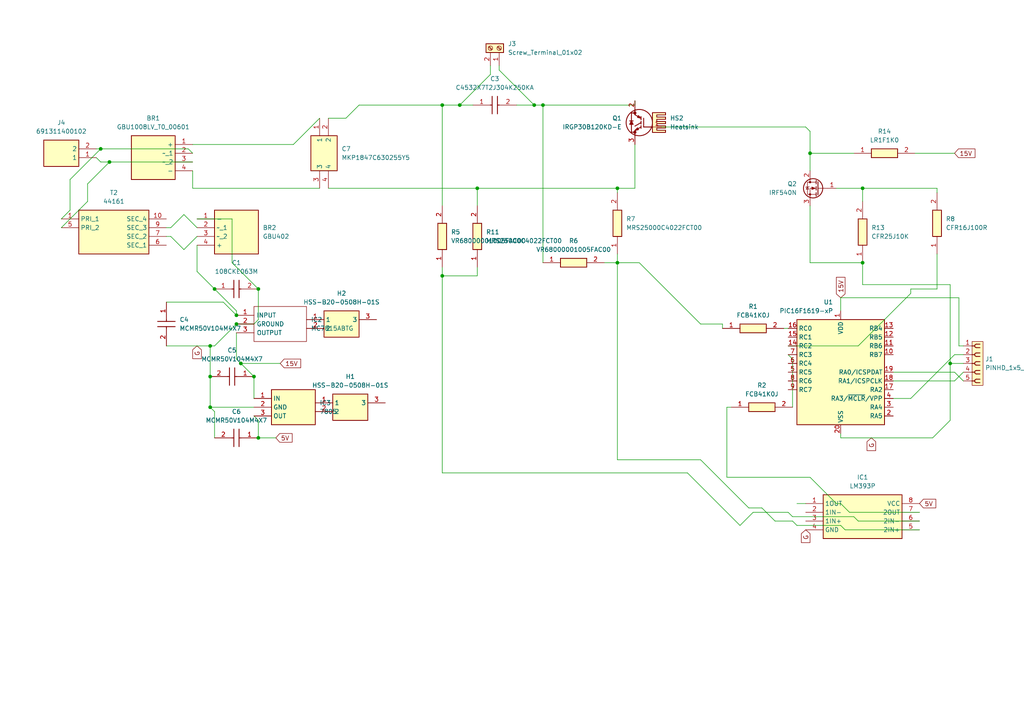
<source format=kicad_sch>
(kicad_sch (version 20230121) (generator eeschema)
  (paper "A4")
  (lib_symbols
    (symbol "Connector:Screw_Terminal_01x02" (pin_names (offset 1.016) hide)
      (property "Reference" "J" (at 0 2.54 0))
      (property "Value" "Screw_Terminal_01x02" (at 0 -5.08 0))
      (symbol "Screw_Terminal_01x02_1_1"
        (rectangle (start -1.27 1.27) (end 1.27 -3.81) (stroke (width 0.254)) (fill (type background)))
        (circle (center 0 -2.54) (radius 0.635) (stroke (width 0.1524)))
        (polyline (pts (xy -0.5334 -2.2098) (xy 0.3302 -3.048)) (stroke (width 0.1524)))
        (polyline (pts (xy -0.5334 0.3302) (xy 0.3302 -0.508)) (stroke (width 0.1524)))
        (polyline (pts (xy -0.3556 -2.032) (xy 0.508 -2.8702)) (stroke (width 0.1524)))
        (polyline (pts (xy -0.3556 0.508) (xy 0.508 -0.3302)) (stroke (width 0.1524)))
        (circle (center 0 0) (radius 0.635) (stroke (width 0.1524)))
        (pin passive line (at -5.08 0 0) (length 3.81) (name "Pin_1") (number "1"))
        (pin passive line (at -5.08 -2.54 0) (length 3.81) (name "Pin_2") (number "2"))
      )
    )
    (symbol "MCU_Microchip_PIC16:PIC16F1619-xP"
      (property "Reference" "U" (at 1.27 19.05 0))
      (property "Value" "PIC16F1619-xP" (at 1.27 16.51 0))
      (symbol "PIC16F1619-xP_0_1"
        (rectangle (start -12.7 15.24) (end 12.7 -15.24) (stroke (width 0.254)) (fill (type background)))
      )
      (symbol "PIC16F1619-xP_1_1"
        (pin power_in line (at 0 17.78 270) (length 2.54) (name "VDD") (number "1"))
        (pin bidirectional line (at -15.24 5.08 0) (length 2.54) (name "RB7") (number "10"))
        (pin bidirectional line (at -15.24 7.62 0) (length 2.54) (name "RB6") (number "11"))
        (pin bidirectional line (at -15.24 10.16 0) (length 2.54) (name "RB5") (number "12"))
        (pin bidirectional line (at -15.24 12.7 0) (length 2.54) (name "RB4") (number "13"))
        (pin bidirectional line (at 15.24 7.62 180) (length 2.54) (name "RC2") (number "14"))
        (pin bidirectional line (at 15.24 10.16 180) (length 2.54) (name "RC1") (number "15"))
        (pin bidirectional line (at 15.24 12.7 180) (length 2.54) (name "RC0") (number "16"))
        (pin bidirectional line (at -15.24 -5.08 0) (length 2.54) (name "RA2") (number "17"))
        (pin bidirectional line (at -15.24 -2.54 0) (length 2.54) (name "RA1/ICSPCLK") (number "18"))
        (pin bidirectional line (at -15.24 0 0) (length 2.54) (name "RA0/ICSPDAT") (number "19"))
        (pin bidirectional line (at -15.24 -12.7 0) (length 2.54) (name "RA5") (number "2"))
        (pin power_in line (at 0 -17.78 90) (length 2.54) (name "VSS") (number "20"))
        (pin bidirectional line (at -15.24 -10.16 0) (length 2.54) (name "RA4") (number "3"))
        (pin bidirectional line (at -15.24 -7.62 0) (length 2.54) (name "RA3/~{MCLR}/VPP") (number "4"))
        (pin bidirectional line (at 15.24 0 180) (length 2.54) (name "RC5") (number "5"))
        (pin bidirectional line (at 15.24 2.54 180) (length 2.54) (name "RC4") (number "6"))
        (pin bidirectional line (at 15.24 5.08 180) (length 2.54) (name "RC3") (number "7"))
        (pin bidirectional line (at 15.24 -2.54 180) (length 2.54) (name "RC6") (number "8"))
        (pin bidirectional line (at 15.24 -5.08 180) (length 2.54) (name "RC7") (number "9"))
      )
    )
    (symbol "Mechanical:Heatsink" (pin_names (offset 1.016))
      (property "Reference" "HS" (at 0 5.08 0))
      (property "Value" "Heatsink" (at 0 -1.27 0))
      (symbol "Heatsink_0_1"
        (polyline (pts (xy -0.3302 1.27) (xy -0.9652 1.27) (xy -0.9652 3.81) (xy -1.6002 3.81) (xy -1.6002 1.27) (xy -2.2352 1.27) (xy -2.2352 3.81) (xy -2.8702 3.81) (xy -2.8702 0) (xy -0.9652 0)) (stroke (width 0.254)) (fill (type background)))
        (polyline (pts (xy -0.3302 1.27) (xy -0.3302 3.81) (xy 0.3048 3.81) (xy 0.3048 1.27) (xy 0.9398 1.27) (xy 0.9398 3.81) (xy 1.5748 3.81) (xy 1.5748 1.27) (xy 2.2098 1.27) (xy 2.2098 3.81) (xy 2.8448 3.81) (xy 2.8448 0) (xy -0.9652 0)) (stroke (width 0.254)) (fill (type background)))
      )
    )
    (symbol "PCM_SL_Pin_Headers:PINHD_1x5_Female"
      (property "Reference" "J" (at 0 11.43 0))
      (property "Value" "PINHD_1x5_Female" (at 0 8.89 0))
      (symbol "PINHD_1x5_Female_0_1"
        (rectangle (start -1.27 6.35) (end 1.905 -6.35) (fill (type background)))
        (arc (start -0.508 -5.08) (mid -0.3592 -5.4392) (end 0 -5.588) (stroke (width 0.25)))
        (arc (start -0.508 -2.54) (mid -0.3592 -2.8992) (end 0 -3.048) (stroke (width 0.25)))
        (arc (start -0.508 0) (mid -0.3592 -0.3592) (end 0 -0.508) (stroke (width 0.25)))
        (arc (start -0.508 2.54) (mid -0.3592 2.1808) (end 0 2.032) (stroke (width 0.25)))
        (arc (start -0.508 5.08) (mid -0.3592 4.7208) (end 0 4.572) (stroke (width 0.25)))
        (arc (start 0 -4.572) (mid -0.3592 -4.7208) (end -0.508 -5.08) (stroke (width 0.25)))
        (arc (start 0 -2.032) (mid -0.3592 -2.1808) (end -0.508 -2.54) (stroke (width 0.25)))
        (polyline (pts (xy -1.27 -5.08) (xy -0.508 -5.08)) (stroke (width 0.25)))
        (polyline (pts (xy -1.27 -2.54) (xy -0.508 -2.54)) (stroke (width 0.25)))
        (polyline (pts (xy -1.27 0) (xy -0.508 0)) (stroke (width 0.25)))
        (polyline (pts (xy -1.27 2.54) (xy -0.508 2.54)) (stroke (width 0.25)))
        (polyline (pts (xy -1.27 5.08) (xy -0.508 5.08)) (stroke (width 0.25)))
        (polyline (pts (xy 0 -5.588) (xy 1.016 -5.588)) (stroke (width 0.25)))
        (polyline (pts (xy 0 -4.572) (xy 1.016 -4.572)) (stroke (width 0.25)))
        (polyline (pts (xy 0 -3.048) (xy 1.016 -3.048)) (stroke (width 0.25)))
        (polyline (pts (xy 0 -2.032) (xy 1.016 -2.032)) (stroke (width 0.25)))
        (polyline (pts (xy 0 -0.508) (xy 1.016 -0.508)) (stroke (width 0.25)))
        (polyline (pts (xy 0 0.508) (xy 1.016 0.508)) (stroke (width 0.25)))
        (polyline (pts (xy 0 2.032) (xy 1.016 2.032)) (stroke (width 0.25)))
        (polyline (pts (xy 0 3.048) (xy 1.016 3.048)) (stroke (width 0.25)))
        (polyline (pts (xy 0 4.572) (xy 1.016 4.572)) (stroke (width 0.25)))
        (polyline (pts (xy 0 5.588) (xy 1.016 5.588)) (stroke (width 0.25)))
        (arc (start 0 0.508) (mid -0.3592 0.3592) (end -0.508 0) (stroke (width 0.25)))
        (arc (start 0 3.048) (mid -0.3592 2.8992) (end -0.508 2.54) (stroke (width 0.25)))
        (arc (start 0 5.588) (mid -0.3592 5.4392) (end -0.508 5.08) (stroke (width 0.25)))
      )
      (symbol "PINHD_1x5_Female_1_1"
        (pin passive line (at -3.81 5.08 0) (length 2.54) (name "") (number "1"))
        (pin passive line (at -3.81 2.54 0) (length 2.54) (name "") (number "2"))
        (pin passive line (at -3.81 0 0) (length 2.54) (name "") (number "3"))
        (pin passive line (at -3.81 -2.54 0) (length 2.54) (name "") (number "4"))
        (pin passive line (at -3.81 -5.08 0) (length 2.54) (name "") (number "5"))
      )
    )
    (symbol "Transistor_FET:IRF540N" (pin_names hide)
      (property "Reference" "Q" (at 5.08 1.905 0))
      (property "Value" "IRF540N" (at 5.08 0 0))
      (symbol "IRF540N_0_1"
        (polyline (pts (xy 0.254 0) (xy -2.54 0)))
        (polyline (pts (xy 0.254 1.905) (xy 0.254 -1.905)) (stroke (width 0.254)))
        (polyline (pts (xy 0.762 -1.27) (xy 0.762 -2.286)) (stroke (width 0.254)))
        (polyline (pts (xy 0.762 0.508) (xy 0.762 -0.508)) (stroke (width 0.254)))
        (polyline (pts (xy 0.762 2.286) (xy 0.762 1.27)) (stroke (width 0.254)))
        (polyline (pts (xy 2.54 2.54) (xy 2.54 1.778)))
        (polyline (pts (xy 2.54 -2.54) (xy 2.54 0) (xy 0.762 0)))
        (polyline (pts (xy 0.762 -1.778) (xy 3.302 -1.778) (xy 3.302 1.778) (xy 0.762 1.778)))
        (polyline (pts (xy 1.016 0) (xy 2.032 0.381) (xy 2.032 -0.381) (xy 1.016 0)) (fill (type outline)))
        (polyline (pts (xy 2.794 0.508) (xy 2.921 0.381) (xy 3.683 0.381) (xy 3.81 0.254)))
        (polyline (pts (xy 3.302 0.381) (xy 2.921 -0.254) (xy 3.683 -0.254) (xy 3.302 0.381)))
        (circle (center 1.651 0) (radius 2.794) (stroke (width 0.254)))
        (circle (center 2.54 -1.778) (radius 0.254) (fill (type outline)))
        (circle (center 2.54 1.778) (radius 0.254) (fill (type outline)))
      )
      (symbol "IRF540N_1_1"
        (pin input line (at -5.08 0 0) (length 2.54) (name "G") (number "1"))
        (pin passive line (at 2.54 5.08 270) (length 2.54) (name "D") (number "2"))
        (pin passive line (at 2.54 -5.08 90) (length 2.54) (name "S") (number "3"))
      )
    )
    (symbol "samacsys:108CKE063M" (pin_names hide)
      (property "Reference" "C" (at 8.89 6.35 0))
      (property "Value" "108CKE063M" (at 8.89 3.81 0))
      (symbol "108CKE063M_1_1"
        (polyline (pts (xy 5.08 0) (xy 5.588 0)) (stroke (width 0.254)))
        (polyline (pts (xy 5.588 2.54) (xy 5.588 -2.54)) (stroke (width 0.254)))
        (polyline (pts (xy 7.112 0) (xy 7.62 0)) (stroke (width 0.254)))
        (polyline (pts (xy 7.112 2.54) (xy 7.112 -2.54)) (stroke (width 0.254)))
        (pin passive line (at 0 0 0) (length 5.08) (name "+") (number "1"))
        (pin passive line (at 12.7 0 180) (length 5.08) (name "-") (number "2"))
      )
    )
    (symbol "samacsys:44161"
      (property "Reference" "T" (at 26.67 7.62 0))
      (property "Value" "44161" (at 26.67 5.08 0))
      (symbol "44161_1_1"
        (rectangle (start 5.08 2.54) (end 25.4 -10.16) (stroke (width 0.254)) (fill (type background)))
        (pin passive line (at 0 0 0) (length 5.08) (name "PRI_1") (number "1"))
        (pin passive line (at 30.48 0 180) (length 5.08) (name "SEC_4") (number "10"))
        (pin passive line (at 0 -2.54 0) (length 5.08) (name "PRI_2") (number "5"))
        (pin passive line (at 30.48 -7.62 180) (length 5.08) (name "SEC_1") (number "6"))
        (pin passive line (at 30.48 -5.08 180) (length 5.08) (name "SEC_2") (number "7"))
        (pin passive line (at 30.48 -2.54 180) (length 5.08) (name "SEC_3") (number "9"))
      )
    )
    (symbol "samacsys:691311400102"
      (property "Reference" "J" (at 16.51 7.62 0))
      (property "Value" "691311400102" (at 16.51 5.08 0))
      (symbol "691311400102_1_1"
        (rectangle (start 5.08 2.54) (end 15.24 -5.08) (stroke (width 0.254)) (fill (type background)))
        (pin passive line (at 0 0 0) (length 5.08) (name "1") (number "1"))
        (pin passive line (at 0 -2.54 0) (length 5.08) (name "2") (number "2"))
      )
    )
    (symbol "samacsys:7805"
      (property "Reference" "IC" (at 19.05 7.62 0))
      (property "Value" "7805" (at 19.05 5.08 0))
      (symbol "7805_1_1"
        (rectangle (start 5.08 2.54) (end 17.78 -7.62) (stroke (width 0.254)) (fill (type background)))
        (pin passive line (at 0 0 0) (length 5.08) (name "IN") (number "1"))
        (pin passive line (at 0 -2.54 0) (length 5.08) (name "GND") (number "2"))
        (pin passive line (at 0 -5.08 0) (length 5.08) (name "OUT") (number "3"))
      )
    )
    (symbol "samacsys:C4532X7T2J304K250KA" (pin_names hide)
      (property "Reference" "C" (at 8.89 6.35 0))
      (property "Value" "C4532X7T2J304K250KA" (at 8.89 3.81 0))
      (symbol "C4532X7T2J304K250KA_1_1"
        (polyline (pts (xy 5.08 0) (xy 5.588 0)) (stroke (width 0.254)))
        (polyline (pts (xy 5.588 2.54) (xy 5.588 -2.54)) (stroke (width 0.254)))
        (polyline (pts (xy 7.112 0) (xy 7.62 0)) (stroke (width 0.254)))
        (polyline (pts (xy 7.112 2.54) (xy 7.112 -2.54)) (stroke (width 0.254)))
        (pin passive line (at 0 0 0) (length 5.08) (name "1") (number "1"))
        (pin passive line (at 12.7 0 180) (length 5.08) (name "2") (number "2"))
      )
    )
    (symbol "samacsys:CFR16J100R" (pin_names hide)
      (property "Reference" "R" (at 13.97 6.35 0))
      (property "Value" "CFR16J100R" (at 13.97 3.81 0))
      (symbol "CFR16J100R_1_1"
        (rectangle (start 5.08 1.27) (end 12.7 -1.27) (stroke (width 0.254)) (fill (type background)))
        (pin passive line (at 0 0 0) (length 5.08) (name "1") (number "1"))
        (pin passive line (at 17.78 0 180) (length 5.08) (name "2") (number "2"))
      )
    )
    (symbol "samacsys:CFR25J10K" (pin_names hide)
      (property "Reference" "R" (at 13.97 6.35 0))
      (property "Value" "CFR25J10K" (at 13.97 3.81 0))
      (symbol "CFR25J10K_1_1"
        (rectangle (start 5.08 1.27) (end 12.7 -1.27) (stroke (width 0.254)) (fill (type background)))
        (pin passive line (at 0 0 0) (length 5.08) (name "1") (number "1"))
        (pin passive line (at 17.78 0 180) (length 5.08) (name "2") (number "2"))
      )
    )
    (symbol "samacsys:FCB41K0J" (pin_names hide)
      (property "Reference" "R" (at 13.97 6.35 0))
      (property "Value" "FCB41K0J" (at 13.97 3.81 0))
      (symbol "FCB41K0J_1_1"
        (rectangle (start 5.08 1.27) (end 12.7 -1.27) (stroke (width 0.254)) (fill (type background)))
        (pin passive line (at 0 0 0) (length 5.08) (name "1") (number "1"))
        (pin passive line (at 17.78 0 180) (length 5.08) (name "2") (number "2"))
      )
    )
    (symbol "samacsys:GBU1008LV_T0_00601"
      (property "Reference" "BR" (at 19.05 7.62 0))
      (property "Value" "GBU1008LV_T0_00601" (at 19.05 5.08 0))
      (symbol "GBU1008LV_T0_00601_1_1"
        (rectangle (start 5.08 2.54) (end 17.78 -10.16) (stroke (width 0.254)) (fill (type background)))
        (pin passive line (at 0 -7.62 0) (length 5.08) (name "+") (number "1"))
        (pin passive line (at 0 -5.08 0) (length 5.08) (name "~_1") (number "2"))
        (pin passive line (at 0 -2.54 0) (length 5.08) (name "~_2") (number "3"))
        (pin passive line (at 0 0 0) (length 5.08) (name "-") (number "4"))
      )
    )
    (symbol "samacsys:GBU402"
      (property "Reference" "BR" (at 19.05 7.62 0))
      (property "Value" "GBU402" (at 19.05 5.08 0))
      (symbol "GBU402_1_1"
        (rectangle (start 5.08 2.54) (end 17.78 -10.16) (stroke (width 0.254)) (fill (type background)))
        (pin passive line (at 0 0 0) (length 5.08) (name "-") (number "1"))
        (pin passive line (at 0 -2.54 0) (length 5.08) (name "~_1") (number "2"))
        (pin passive line (at 0 -5.08 0) (length 5.08) (name "~_2") (number "3"))
        (pin passive line (at 0 -7.62 0) (length 5.08) (name "+") (number "4"))
      )
    )
    (symbol "samacsys:HSS-B20-0508H-01S"
      (property "Reference" "H" (at 16.51 7.62 0))
      (property "Value" "HSS-B20-0508H-01S" (at 16.51 5.08 0))
      (symbol "HSS-B20-0508H-01S_1_1"
        (rectangle (start 5.08 2.54) (end 15.24 -5.08) (stroke (width 0.254)) (fill (type background)))
        (pin passive line (at 0 0 0) (length 5.08) (name "1") (number "1"))
        (pin passive line (at 0 -2.54 0) (length 5.08) (name "2") (number "2"))
        (pin passive line (at 20.32 0 180) (length 5.08) (name "3") (number "3"))
      )
    )
    (symbol "samacsys:IRGP30B120KD-E" (pin_names hide)
      (property "Reference" "Q" (at 11.43 2.54 0))
      (property "Value" "IRGP30B120KD-E" (at 11.43 0 0))
      (symbol "IRGP30B120KD-E_1_1"
        (polyline (pts (xy 2.54 0) (xy 5.08 0)) (stroke (width 0.254)))
        (polyline (pts (xy 5.08 2.54) (xy 5.08 0)) (stroke (width 0.254)))
        (polyline (pts (xy 5.842 -0.4064) (xy 5.842 0.4064)) (stroke (width 0.254)))
        (polyline (pts (xy 5.842 0) (xy 7.62 -1.016)) (stroke (width 0.254)))
        (polyline (pts (xy 5.842 0.8636) (xy 5.842 1.6764)) (stroke (width 0.254)))
        (polyline (pts (xy 5.842 1.27) (xy 7.62 0.254)) (stroke (width 0.254)))
        (polyline (pts (xy 5.842 2.1336) (xy 5.842 2.9464)) (stroke (width 0.254)))
        (polyline (pts (xy 5.842 2.1844) (xy 5.842 2.9972)) (stroke (width 0.254)))
        (polyline (pts (xy 7.62 -1.524) (xy 8.636 -1.524)) (stroke (width 0.254)))
        (polyline (pts (xy 7.62 -1.016) (xy 7.62 -2.54)) (stroke (width 0.254)))
        (polyline (pts (xy 7.62 3.556) (xy 5.842 2.54)) (stroke (width 0.254)))
        (polyline (pts (xy 7.62 3.556) (xy 7.62 5.08)) (stroke (width 0.254)))
        (polyline (pts (xy 7.62 4.064) (xy 8.636 4.064)) (stroke (width 0.254)))
        (polyline (pts (xy 8.128 1.778) (xy 9.144 1.778)) (stroke (width 0.254)))
        (polyline (pts (xy 8.636 0.762) (xy 8.636 -1.524)) (stroke (width 0.254)))
        (polyline (pts (xy 8.636 1.778) (xy 8.636 4.064)) (stroke (width 0.254)))
        (polyline (pts (xy 6.604 -0.762) (xy 6.858 -0.254) (xy 7.62 -1.016) (xy 6.604 -0.762)) (stroke (width 0.254)) (fill (type outline)))
        (polyline (pts (xy 6.858 2.794) (xy 6.604 3.302) (xy 5.842 2.54) (xy 6.858 2.794)) (stroke (width 0.254)) (fill (type outline)))
        (polyline (pts (xy 8.636 1.778) (xy 8.128 0.762) (xy 9.144 0.762) (xy 8.636 1.778)) (stroke (width 0.254)) (fill (type outline)))
        (circle (center 6.35 1.27) (radius 3.81) (stroke (width 0.254)))
        (circle (center 7.62 -1.524) (radius 0.254) (stroke (width 0.381)))
        (circle (center 7.62 4.064) (radius 0.254) (stroke (width 0.381)))
        (pin passive line (at 0 0 0) (length 2.54) (name "G") (number "1"))
        (pin passive line (at 7.62 7.62 270) (length 2.54) (name "C") (number "2"))
        (pin passive line (at 7.62 -5.08 90) (length 2.54) (name "E") (number "3"))
      )
    )
    (symbol "samacsys:LM393P"
      (property "Reference" "IC" (at 29.21 7.62 0))
      (property "Value" "LM393P" (at 29.21 5.08 0))
      (symbol "LM393P_1_1"
        (rectangle (start 5.08 2.54) (end 27.94 -10.16) (stroke (width 0.254)) (fill (type background)))
        (pin passive line (at 0 0 0) (length 5.08) (name "1OUT") (number "1"))
        (pin passive line (at 0 -2.54 0) (length 5.08) (name "1IN-") (number "2"))
        (pin passive line (at 0 -5.08 0) (length 5.08) (name "1IN+") (number "3"))
        (pin passive line (at 0 -7.62 0) (length 5.08) (name "GND") (number "4"))
        (pin passive line (at 33.02 -7.62 180) (length 5.08) (name "2IN+") (number "5"))
        (pin passive line (at 33.02 -5.08 180) (length 5.08) (name "2IN-") (number "6"))
        (pin passive line (at 33.02 -2.54 180) (length 5.08) (name "2OUT") (number "7"))
        (pin passive line (at 33.02 0 180) (length 5.08) (name "VCC") (number "8"))
      )
    )
    (symbol "samacsys:LR1F1K0" (pin_names hide)
      (property "Reference" "R" (at 13.97 6.35 0))
      (property "Value" "LR1F1K0" (at 13.97 3.81 0))
      (symbol "LR1F1K0_1_1"
        (rectangle (start 5.08 1.27) (end 12.7 -1.27) (stroke (width 0.254)) (fill (type background)))
        (pin passive line (at 0 0 0) (length 5.08) (name "1") (number "1"))
        (pin passive line (at 17.78 0 180) (length 5.08) (name "2") (number "2"))
      )
    )
    (symbol "samacsys:MCMR50V104M4X7" (pin_names hide)
      (property "Reference" "C" (at 8.89 6.35 0))
      (property "Value" "MCMR50V104M4X7" (at 8.89 3.81 0))
      (symbol "MCMR50V104M4X7_1_1"
        (polyline (pts (xy 5.08 0) (xy 5.588 0)) (stroke (width 0.254)))
        (polyline (pts (xy 5.588 2.54) (xy 5.588 -2.54)) (stroke (width 0.254)))
        (polyline (pts (xy 7.112 0) (xy 7.62 0)) (stroke (width 0.254)))
        (polyline (pts (xy 7.112 2.54) (xy 7.112 -2.54)) (stroke (width 0.254)))
        (pin passive line (at 0 0 0) (length 5.08) (name "+") (number "1"))
        (pin passive line (at 12.7 0 180) (length 5.08) (name "-") (number "2"))
      )
    )
    (symbol "samacsys:MKP1847C630255Y5"
      (property "Reference" "C" (at 16.51 7.62 0))
      (property "Value" "MKP1847C630255Y5" (at 16.51 5.08 0))
      (symbol "MKP1847C630255Y5_1_1"
        (rectangle (start 5.08 2.54) (end 15.24 -5.08) (stroke (width 0.254)) (fill (type background)))
        (pin passive line (at 0 -2.54 0) (length 5.08) (name "1") (number "1"))
        (pin passive line (at 0 0 0) (length 5.08) (name "2") (number "2"))
        (pin passive line (at 20.32 -2.54 180) (length 5.08) (name "3") (number "3"))
        (pin passive line (at 20.32 0 180) (length 5.08) (name "4") (number "4"))
      )
    )
    (symbol "samacsys:MRS25000C4022FCT00" (pin_names hide)
      (property "Reference" "R" (at 13.97 6.35 0))
      (property "Value" "MRS25000C4022FCT00" (at 13.97 3.81 0))
      (symbol "MRS25000C4022FCT00_1_1"
        (rectangle (start 5.08 1.27) (end 12.7 -1.27) (stroke (width 0.254)) (fill (type background)))
        (pin passive line (at 0 0 0) (length 5.08) (name "1") (number "1"))
        (pin passive line (at 17.78 0 180) (length 5.08) (name "2") (number "2"))
      )
    )
    (symbol "samacsys:VR68000001005FAC00" (pin_names hide)
      (property "Reference" "R" (at 13.97 6.35 0))
      (property "Value" "VR68000001005FAC00" (at 13.97 3.81 0))
      (symbol "VR68000001005FAC00_1_1"
        (rectangle (start 5.08 1.27) (end 12.7 -1.27) (stroke (width 0.254)) (fill (type background)))
        (pin passive line (at 0 0 0) (length 5.08) (name "1") (number "1"))
        (pin passive line (at 17.78 0 180) (length 5.08) (name "2") (number "2"))
      )
    )
    (symbol "samacsys_1:MC7815ABTG" (pin_names (offset 0.762))
      (property "Reference" "IC" (at 21.59 7.62 0))
      (property "Value" "MC7815ABTG" (at 21.59 5.08 0))
      (symbol "MC7815ABTG_0_0"
        (pin input line (at 0 0 0) (length 5.08) (name "INPUT") (number "1"))
        (pin power_in line (at 0 -2.54 0) (length 5.08) (name "GROUND") (number "2"))
        (pin output line (at 0 -5.08 0) (length 5.08) (name "OUTPUT") (number "3"))
      )
      (symbol "MC7815ABTG_0_1"
        (polyline (pts (xy 5.08 2.54) (xy 20.32 2.54) (xy 20.32 -7.62) (xy 5.08 -7.62) (xy 5.08 2.54)) (stroke (width 0.1524)))
      )
    )
  )
  (junction (at 138.43 54.61))
  (junction (at 29.21 43.18))
  (junction (at 128.27 30.48))
  (junction (at 73.66 109.22))
  (junction (at 60.96 100.33))
  (junction (at 60.96 118.11))
  (junction (at 250.19 76.2))
  (junction (at 31.75 46.99))
  (junction (at 128.27 80.01))
  (junction (at 69.85 105.41))
  (junction (at 154.94 30.48))
  (junction (at 60.96 109.22))
  (junction (at 68.58 93.98))
  (junction (at 179.07 54.61))
  (junction (at 250.19 54.61))
  (junction (at 234.95 44.45))
  (junction (at 179.07 76.2))
  (junction (at 68.58 91.44))
  (junction (at 133.35 30.48))
  (junction (at 62.23 83.82))
  (junction (at 74.93 83.82))
  (junction (at 74.93 127))
  (junction (at 157.48 30.48))
  (junction (at 275.59 105.41))
  (wire (pts (xy 231.14 146.05) (xy 233.68 146.05)))
  (wire (pts (xy 264.16 115.57) (xy 276.86 102.87)))
  (wire (pts (xy 68.58 93.98) (xy 73.66 93.98)))
  (wire (pts (xy 179.07 133.35) (xy 203.2 133.35)))
  (wire (pts (xy 243.84 146.05) (xy 242.57 146.05)))
  (wire (pts (xy 210.82 118.11) (xy 210.82 138.43)))
  (wire (pts (xy 179.07 54.61) (xy 179.07 55.88)))
  (wire (pts (xy 224.79 151.13) (xy 220.98 147.32)))
  (wire (pts (xy 220.98 147.32) (xy 217.17 147.32)))
  (wire (pts (xy 250.19 82.55) (xy 275.59 82.55)))
  (wire (pts (xy 214.63 152.4) (xy 199.39 137.16)))
  (wire (pts (xy 154.94 30.48) (xy 157.48 30.48)))
  (wire (pts (xy 228.6 148.59) (xy 218.44 148.59)))
  (wire (pts (xy 209.55 93.98) (xy 203.2 93.98)))
  (wire (pts (xy 48.26 87.63) (xy 64.77 87.63)))
  (wire (pts (xy 149.86 30.48) (xy 154.94 30.48)))
  (wire (pts (xy 248.92 100.33) (xy 264.16 85.09)))
  (wire (pts (xy 245.11 153.67) (xy 243.84 152.4)))
  (wire (pts (xy 57.15 71.12) (xy 57.15 78.74)))
  (wire (pts (xy 264.16 83.82) (xy 264.16 85.09)))
  (wire (pts (xy 271.78 55.88) (xy 271.78 54.61)))
  (wire (pts (xy 275.59 82.55) (xy 275.59 105.41)))
  (wire (pts (xy 68.58 90.17) (xy 62.23 83.82)))
  (wire (pts (xy 57.15 78.74) (xy 62.23 83.82)))
  (wire (pts (xy 128.27 77.47) (xy 128.27 80.01)))
  (wire (pts (xy 271.78 83.82) (xy 271.78 73.66)))
  (wire (pts (xy 73.66 109.22) (xy 73.66 115.57)))
  (wire (pts (xy 144.78 20.32) (xy 154.94 30.48)))
  (wire (pts (xy 55.88 41.91) (xy 85.09 41.91)))
  (wire (pts (xy 179.07 76.2) (xy 179.07 133.35)))
  (wire (pts (xy 53.34 62.23) (xy 57.15 66.04)))
  (wire (pts (xy 62.23 100.33) (xy 68.58 93.98)))
  (wire (pts (xy 278.13 100.33) (xy 279.4 100.33)))
  (wire (pts (xy 157.48 30.48) (xy 184.15 30.48)))
  (wire (pts (xy 203.2 133.35) (xy 217.17 147.32)))
  (wire (pts (xy 133.35 30.48) (xy 137.16 30.48)))
  (wire (pts (xy 142.24 19.05) (xy 142.24 21.59)))
  (wire (pts (xy 138.43 77.47) (xy 138.43 80.01)))
  (wire (pts (xy 185.42 76.2) (xy 203.2 93.98)))
  (wire (pts (xy 179.07 54.61) (xy 184.15 54.61)))
  (wire (pts (xy 229.87 149.86) (xy 228.6 148.59)))
  (wire (pts (xy 279.4 102.87) (xy 276.86 102.87)))
  (wire (pts (xy 74.93 127) (xy 80.01 127)))
  (wire (pts (xy 266.7 153.67) (xy 245.11 153.67)))
  (wire (pts (xy 184.15 41.91) (xy 184.15 54.61)))
  (wire (pts (xy 74.93 121.92) (xy 73.66 120.65)))
  (wire (pts (xy 248.92 151.13) (xy 247.65 149.86)))
  (wire (pts (xy 29.21 43.18) (xy 54.61 43.18)))
  (wire (pts (xy 210.82 138.43) (xy 234.95 138.43)))
  (wire (pts (xy 275.59 105.41) (xy 275.59 121.92)))
  (wire (pts (xy 250.19 58.42) (xy 250.19 54.61)))
  (wire (pts (xy 142.24 21.59) (xy 133.35 30.48)))
  (wire (pts (xy 64.77 87.63) (xy 68.58 91.44)))
  (wire (pts (xy 234.95 59.69) (xy 234.95 76.2)))
  (wire (pts (xy 57.15 63.5) (xy 67.31 63.5)))
  (wire (pts (xy 60.96 118.11) (xy 73.66 118.11)))
  (wire (pts (xy 250.19 54.61) (xy 271.78 54.61)))
  (wire (pts (xy 138.43 54.61) (xy 138.43 59.69)))
  (wire (pts (xy 104.14 30.48) (xy 128.27 30.48)))
  (wire (pts (xy 242.57 54.61) (xy 250.19 54.61)))
  (wire (pts (xy 31.75 46.99) (xy 29.21 46.99)))
  (wire (pts (xy 49.53 66.04) (xy 53.34 62.23)))
  (wire (pts (xy 29.21 46.99) (xy 27.94 45.72)))
  (wire (pts (xy 234.95 44.45) (xy 234.95 49.53)))
  (wire (pts (xy 74.93 83.82) (xy 74.93 92.71)))
  (wire (pts (xy 69.85 105.41) (xy 73.66 109.22)))
  (wire (pts (xy 191.77 36.83) (xy 233.68 36.83)))
  (wire (pts (xy 67.31 76.2) (xy 74.93 83.82)))
  (wire (pts (xy 218.44 148.59) (xy 214.63 152.4)))
  (wire (pts (xy 100.33 34.29) (xy 104.14 30.48)))
  (wire (pts (xy 234.95 76.2) (xy 250.19 76.2)))
  (wire (pts (xy 243.84 127) (xy 270.51 127)))
  (wire (pts (xy 54.61 43.18) (xy 55.88 44.45)))
  (wire (pts (xy 243.84 125.73) (xy 243.84 127)))
  (wire (pts (xy 229.87 118.11) (xy 229.87 104.14)))
  (wire (pts (xy 224.79 151.13) (xy 229.87 151.13)))
  (wire (pts (xy 175.26 76.2) (xy 179.07 76.2)))
  (wire (pts (xy 233.68 36.83) (xy 234.95 38.1)))
  (wire (pts (xy 266.7 148.59) (xy 246.38 148.59)))
  (wire (pts (xy 234.95 44.45) (xy 247.65 44.45)))
  (wire (pts (xy 247.65 149.86) (xy 229.87 149.86)))
  (wire (pts (xy 276.86 107.95) (xy 279.4 110.49)))
  (wire (pts (xy 212.09 118.11) (xy 210.82 118.11)))
  (wire (pts (xy 73.66 93.98) (xy 74.93 92.71)))
  (wire (pts (xy 68.58 104.14) (xy 69.85 105.41)))
  (wire (pts (xy 184.15 30.48) (xy 184.15 29.21)))
  (wire (pts (xy 231.14 152.4) (xy 229.87 151.13)))
  (wire (pts (xy 53.34 72.39) (xy 57.15 68.58)))
  (wire (pts (xy 67.31 63.5) (xy 67.31 76.2)))
  (wire (pts (xy 128.27 80.01) (xy 128.27 137.16)))
  (wire (pts (xy 144.78 19.05) (xy 144.78 20.32)))
  (wire (pts (xy 259.08 107.95) (xy 276.86 107.95)))
  (wire (pts (xy 209.55 95.25) (xy 209.55 93.98)))
  (wire (pts (xy 68.58 91.44) (xy 68.58 90.17)))
  (wire (pts (xy 62.23 127) (xy 62.23 119.38)))
  (wire (pts (xy 20.32 52.07) (xy 20.32 60.96)))
  (wire (pts (xy 85.09 41.91) (xy 92.71 34.29)))
  (wire (pts (xy 259.08 110.49) (xy 276.86 110.49)))
  (wire (pts (xy 62.23 119.38) (xy 60.96 118.11)))
  (wire (pts (xy 74.93 127) (xy 74.93 121.92)))
  (wire (pts (xy 128.27 137.16) (xy 199.39 137.16)))
  (wire (pts (xy 128.27 30.48) (xy 128.27 59.69)))
  (wire (pts (xy 179.07 73.66) (xy 179.07 76.2)))
  (wire (pts (xy 250.19 76.2) (xy 250.19 82.55)))
  (wire (pts (xy 228.6 100.33) (xy 248.92 100.33)))
  (wire (pts (xy 69.85 105.41) (xy 81.28 105.41)))
  (wire (pts (xy 27.94 43.18) (xy 29.21 43.18)))
  (wire (pts (xy 242.57 146.05) (xy 234.95 138.43)))
  (wire (pts (xy 275.59 105.41) (xy 279.4 105.41)))
  (wire (pts (xy 49.53 68.58) (xy 53.34 72.39)))
  (wire (pts (xy 60.96 100.33) (xy 62.23 100.33)))
  (wire (pts (xy 20.32 60.96) (xy 17.78 63.5)))
  (wire (pts (xy 265.43 44.45) (xy 276.86 44.45)))
  (wire (pts (xy 25.4 53.34) (xy 25.4 58.42)))
  (wire (pts (xy 278.13 86.36) (xy 278.13 100.33)))
  (wire (pts (xy 243.84 152.4) (xy 231.14 152.4)))
  (wire (pts (xy 234.95 38.1) (xy 234.95 44.45)))
  (wire (pts (xy 128.27 30.48) (xy 133.35 30.48)))
  (wire (pts (xy 55.88 46.99) (xy 31.75 46.99)))
  (wire (pts (xy 243.84 86.36) (xy 243.84 90.17)))
  (wire (pts (xy 264.16 83.82) (xy 271.78 83.82)))
  (wire (pts (xy 259.08 115.57) (xy 264.16 115.57)))
  (wire (pts (xy 48.26 66.04) (xy 49.53 66.04)))
  (wire (pts (xy 95.25 54.61) (xy 138.43 54.61)))
  (wire (pts (xy 60.96 100.33) (xy 60.96 109.22)))
  (wire (pts (xy 60.96 109.22) (xy 60.96 118.11)))
  (wire (pts (xy 25.4 53.34) (xy 31.75 46.99)))
  (wire (pts (xy 55.88 54.61) (xy 55.88 49.53)))
  (wire (pts (xy 276.86 110.49) (xy 279.4 107.95)))
  (wire (pts (xy 48.26 68.58) (xy 49.53 68.58)))
  (wire (pts (xy 138.43 54.61) (xy 179.07 54.61)))
  (wire (pts (xy 179.07 76.2) (xy 185.42 76.2)))
  (wire (pts (xy 95.25 34.29) (xy 100.33 34.29)))
  (wire (pts (xy 55.88 54.61) (xy 92.71 54.61)))
  (wire (pts (xy 246.38 148.59) (xy 243.84 146.05)))
  (wire (pts (xy 275.59 121.92) (xy 270.51 127)))
  (wire (pts (xy 48.26 100.33) (xy 60.96 100.33)))
  (wire (pts (xy 227.33 95.25) (xy 228.6 95.25)))
  (wire (pts (xy 243.84 86.36) (xy 278.13 86.36)))
  (wire (pts (xy 25.4 58.42) (xy 17.78 66.04)))
  (wire (pts (xy 68.58 96.52) (xy 68.58 104.14)))
  (wire (pts (xy 229.87 104.14) (xy 228.6 102.87)))
  (wire (pts (xy 266.7 151.13) (xy 248.92 151.13)))
  (wire (pts (xy 20.32 52.07) (xy 29.21 43.18)))
  (wire (pts (xy 157.48 30.48) (xy 157.48 76.2)))
  (wire (pts (xy 128.27 80.01) (xy 138.43 80.01)))
  (global_label "5V" (shape input) (at 266.7 146.05 0) (property "Intersheetrefs" "${INTERSHEET_REFS}" (effects hide)))
  (global_label "15V" (shape input) (at 81.28 105.41 0) (property "Intersheetrefs" "${INTERSHEET_REFS}" (effects hide)))
  (global_label "15V" (shape input) (at 243.84 86.36 90) (property "Intersheetrefs" "${INTERSHEET_REFS}" (effects hide)))
  (global_label "G" (shape input) (at 57.15 100.33 270) (property "Intersheetrefs" "${INTERSHEET_REFS}" (effects hide)))
  (global_label "G" (shape input) (at 252.73 127 270) (property "Intersheetrefs" "${INTERSHEET_REFS}" (effects hide)))
  (global_label "G" (shape input) (at 233.68 153.67 270) (property "Intersheetrefs" "${INTERSHEET_REFS}" (effects hide)))
  (global_label "5V" (shape input) (at 80.01 127 0) (property "Intersheetrefs" "${INTERSHEET_REFS}" (effects hide)))
  (global_label "15V" (shape input) (at 276.86 44.45 0) (property "Intersheetrefs" "${INTERSHEET_REFS}" (effects hide)))
  (symbol (lib_id "samacsys:MCMR50V104M4X7") (at 73.66 109.22 180) (unit 1)
    (property "Reference" "C5" (at 67.31 101.6 0))
    (property "Value" "MCMR50V104M4X7" (at 67.31 104.14 0))
    (property "Footprint" "Samacsys:CAPPRD150W50D425H800" (effects hide))
    (property "Datasheet" "https://www.farnell.com/datasheets/2895688.pdf" (effects hide))
    (property "Height" "8" (effects hide))
    (property "Manufacturer_Name" "Multicomp Pro" (effects hide))
    (property "Manufacturer_Part_Number" "MCMR50V104M4X7" (effects hide))
  )
  (symbol (lib_id "samacsys:HSS-B20-0508H-01S") (at 88.9 92.71 0) (unit 1)
    (property "Reference" "H2" (at 99.06 85.09 0))
    (property "Value" "HSS-B20-0508H-01S" (at 99.06 87.63 0))
    (property "Footprint" "Samacsys:HSSB200508H01S" (effects hide))
    (property "Datasheet" "https://drive.google.com/file/d/1p9pQfRotGkkufHOq7aMR5GFM5-G0JW3b/view?usp=sharing" (effects hide))
    (property "Height" "29.97" (effects hide))
    (property "Manufacturer_Name" "CUI Devices" (effects hide))
    (property "Manufacturer_Part_Number" "HSS-B20-0508H-01S" (effects hide))
    (property "Mouser Part Number" "490-HSS-B20-0508H01S" (effects hide))
    (property "Mouser Price/Stock" "https://www.mouser.co.uk/ProductDetail/CUI-Devices/HSS-B20-0508H-01S?qs=u4fy%2FsgLU9N4QTE1RgmA6w%3D%3D" (effects hide))
    (property "Arrow Part Number" "HSS-B20-0508H-01S" (effects hide))
    (property "Arrow Price/Stock" "https://www.arrow.com/en/products/hss-b20-0508h-01s/cui-devices?region=nac" (effects hide))
  )
  (symbol (lib_id "PCM_SL_Pin_Headers:PINHD_1x5_Female") (at 283.21 105.41 0) (unit 1)
    (property "Reference" "J1" (at 285.75 104.14 0) (effects (justify left)))
    (property "Value" "PINHD_1x5_Female" (at 285.75 106.68 0) (effects (justify left)))
    (property "Footprint" "Connector_PinSocket_2.54mm:PinSocket_1x05_P2.54mm_Vertical" (effects hide))
  )
  (symbol (lib_id "samacsys:MCMR50V104M4X7") (at 74.93 127 180) (unit 1)
    (property "Reference" "C6" (at 68.58 119.38 0))
    (property "Value" "MCMR50V104M4X7" (at 68.58 121.92 0))
    (property "Footprint" "Samacsys:CAPPRD150W50D425H800" (effects hide))
    (property "Datasheet" "https://www.farnell.com/datasheets/2895688.pdf" (effects hide))
    (property "Height" "8" (effects hide))
    (property "Manufacturer_Name" "Multicomp Pro" (effects hide))
    (property "Manufacturer_Part_Number" "MCMR50V104M4X7" (effects hide))
  )
  (symbol (lib_id "Mechanical:Heatsink") (at 189.23 35.56 270) (unit 1)
    (property "Reference" "HS2" (at 194.31 34.2773 90) (effects (justify left)))
    (property "Value" "Heatsink" (at 194.31 36.8173 90) (effects (justify left)))
    (property "Footprint" "Heatsink:Heatsink_AAVID_TV5G_TO220_Horizontal" (effects hide))
  )
  (symbol (lib_id "samacsys:LM393P") (at 233.68 146.05 0) (unit 1)
    (property "Reference" "IC1" (at 250.19 138.43 0))
    (property "Value" "LM393P" (at 250.19 140.97 0))
    (property "Footprint" "Samacsys:DIP794W53P254L959H508Q8N" (effects hide))
    (property "Datasheet" "http://www.ti.com/lit/ds/symlink/lm393.pdf" (effects hide))
    (property "Height" "5.08" (effects hide))
    (property "Manufacturer_Name" "Texas Instruments" (effects hide))
    (property "Manufacturer_Part_Number" "LM393P" (effects hide))
    (property "Mouser Part Number" "595-LM393P" (effects hide))
    (property "Mouser Price/Stock" "https://www.mouser.co.uk/ProductDetail/Texas-Instruments/LM393P?qs=1K8%2FAQHn5WT5g4otW1rg%2Fg%3D%3D" (effects hide))
    (property "Arrow Part Number" "LM393P" (effects hide))
    (property "Arrow Price/Stock" "https://www.arrow.com/en/products/lm393p/texas-instruments?region=nac" (effects hide))
  )
  (symbol (lib_id "samacsys:108CKE063M") (at 62.23 83.82 0) (unit 1)
    (property "Reference" "C1" (at 68.58 76.2 0))
    (property "Value" "108CKE063M" (at 68.58 78.74 0))
    (property "Footprint" "Samacsys:CAPPRD750W80D1625H2700" (effects hide))
    (property "Datasheet" "https://www.mouser.com/datasheet/2/88/CKH_CKE-2944644.pdf" (effects hide))
    (property "Height" "27" (effects hide))
    (property "Manufacturer_Name" "Cornell Dubilier" (effects hide))
    (property "Manufacturer_Part_Number" "108CKE063M" (effects hide))
  )
  (symbol (lib_id "samacsys:MRS25000C4022FCT00") (at 138.43 77.47 90) (unit 1)
    (property "Reference" "R11" (at 140.97 67.31 90) (effects (justify right)))
    (property "Value" "MRS25000C4022FCT00" (at 140.97 69.85 90) (effects (justify right)))
    (property "Footprint" "Samacsys:RESAD1650W60L650D250" (effects hide))
    (property "Datasheet" "http://www.vishay.com/docs/28724/mrs16m25.pdf" (effects hide))
    (property "Manufacturer_Name" "Vishay" (effects hide))
    (property "Manufacturer_Part_Number" "MRS25000C4022FCT00" (effects hide))
  )
  (symbol (lib_id "MCU_Microchip_PIC16:PIC16F1619-xP") (at 243.84 107.95 0) (mirror y) (unit 1)
    (property "Reference" "U1" (at 241.6459 87.63 0) (effects (justify left)))
    (property "Value" "PIC16F1619-xP" (at 241.6459 90.17 0) (effects (justify left)))
    (property "Footprint" "Package_DIP:DIP-20_W7.62mm" (effects hide))
    (property "Datasheet" "http://ww1.microchip.com/downloads/en/DeviceDoc/40001770D.pdf" (effects hide))
  )
  (symbol (lib_id "samacsys:FCB41K0J") (at 212.09 118.11 0) (unit 1)
    (property "Reference" "R2" (at 220.98 111.76 0))
    (property "Value" "FCB41K0J" (at 220.98 114.3 0))
    (property "Footprint" "Samacsys:FCB41K0J" (effects hide))
    (property "Datasheet" "https://www.te.com/commerce/DocumentDelivery/DDEController?Action=srchrtrv&DocNm=1773215&DocType=DS&DocLang=English" (effects hide))
    (property "Height" "5" (effects hide))
    (property "Manufacturer_Name" "TE Connectivity" (effects hide))
    (property "Manufacturer_Part_Number" "FCB41K0J" (effects hide))
    (property "Mouser Part Number" "279-FCB41K0J" (effects hide))
    (property "Mouser Price/Stock" "https://www.mouser.com/Search/Refine.aspx?Keyword=279-FCB41K0J" (effects hide))
  )
  (symbol (lib_id "samacsys:IRGP30B120KD-E") (at 191.77 36.83 0) (mirror y) (unit 1)
    (property "Reference" "Q1" (at 180.34 34.29 0) (effects (justify left)))
    (property "Value" "IRGP30B120KD-E" (at 180.34 36.83 0) (effects (justify left)))
    (property "Footprint" "Samacsys:TO546P513X1558X2499-3P" (effects hide))
    (property "Datasheet" "https://www.infineon.com/dgdl/irgp30b120kd-epbf.pdf?fileId=5546d462533600a401535655acdb2440" (effects hide))
    (property "Height" "5.13" (effects hide))
    (property "Manufacturer_Name" "Infineon" (effects hide))
    (property "Manufacturer_Part_Number" "IRGP30B120KD-E" (effects hide))
  )
  (symbol (lib_id "samacsys:MRS25000C4022FCT00") (at 179.07 73.66 90) (unit 1)
    (property "Reference" "R7" (at 181.61 63.5 90) (effects (justify right)))
    (property "Value" "MRS25000C4022FCT00" (at 181.61 66.04 90) (effects (justify right)))
    (property "Footprint" "Samacsys:RESAD1650W60L650D250" (effects hide))
    (property "Datasheet" "http://www.vishay.com/docs/28724/mrs16m25.pdf" (effects hide))
    (property "Manufacturer_Name" "Vishay" (effects hide))
    (property "Manufacturer_Part_Number" "MRS25000C4022FCT00" (effects hide))
  )
  (symbol (lib_id "samacsys:VR68000001005FAC00") (at 128.27 77.47 90) (unit 1)
    (property "Reference" "R5" (at 130.81 67.31 90) (effects (justify right)))
    (property "Value" "VR68000001005FAC00" (at 130.81 69.85 90) (effects (justify right)))
    (property "Footprint" "Samacsys:RESAD4520W83L1800D680" (effects hide))
    (property "Datasheet" "https://www.mouser.in/datasheet/2/427/vr25vr37vr68-1762017.pdf" (effects hide))
    (property "Manufacturer_Name" "Vishay" (effects hide))
    (property "Manufacturer_Part_Number" "VR68000001005FAC00" (effects hide))
    (property "Mouser Part Number" "594-VR68000001005FAC" (effects hide))
    (property "Mouser Price/Stock" "https://www.mouser.co.uk/ProductDetail/Vishay-BC-Components/VR68000001005FAC00?qs=ClR5yMXwuUci46brPvijRg%3D%3D" (effects hide))
    (property "Arrow Part Number" "VR68000001005FAC00" (effects hide))
    (property "Arrow Price/Stock" "https://www.arrow.com/en/products/vr68000001005fac00/vishay?region=nac" (effects hide))
  )
  (symbol (lib_id "samacsys:VR68000001005FAC00") (at 157.48 76.2 0) (unit 1)
    (property "Reference" "R6" (at 166.37 69.85 0))
    (property "Value" "VR68000001005FAC00" (at 166.37 72.39 0))
    (property "Footprint" "Samacsys:RESAD4520W83L1800D680" (effects hide))
    (property "Datasheet" "https://www.mouser.in/datasheet/2/427/vr25vr37vr68-1762017.pdf" (effects hide))
    (property "Manufacturer_Name" "Vishay" (effects hide))
    (property "Manufacturer_Part_Number" "VR68000001005FAC00" (effects hide))
    (property "Mouser Part Number" "594-VR68000001005FAC" (effects hide))
    (property "Mouser Price/Stock" "https://www.mouser.co.uk/ProductDetail/Vishay-BC-Components/VR68000001005FAC00?qs=ClR5yMXwuUci46brPvijRg%3D%3D" (effects hide))
    (property "Arrow Part Number" "VR68000001005FAC00" (effects hide))
    (property "Arrow Price/Stock" "https://www.arrow.com/en/products/vr68000001005fac00/vishay?region=nac" (effects hide))
  )
  (symbol (lib_id "Connector:Screw_Terminal_01x02") (at 144.78 13.97 270) (mirror x) (unit 1)
    (property "Reference" "J3" (at 147.32 12.7 90) (effects (justify left)))
    (property "Value" "Screw_Terminal_01x02" (at 147.32 15.24 90) (effects (justify left)))
    (property "Footprint" "TerminalBlock:TerminalBlock_Wuerth_691311400102_P7.62mm" (effects hide))
  )
  (symbol (lib_id "samacsys:44161") (at 17.78 63.5 0) (unit 1)
    (property "Reference" "T2" (at 33.02 55.88 0))
    (property "Value" "44161" (at 33.02 58.42 0))
    (property "Footprint" "Samacsys:44161" (effects hide))
    (property "Datasheet" "https://myrra.com/wp-content/uploads/2021/03/Catalogue-Myrra-2021-1.pdf" (effects hide))
    (property "Height" "29.9" (effects hide))
    (property "Manufacturer_Name" "MYRRA" (effects hide))
    (property "Manufacturer_Part_Number" "44161" (effects hide))
    (property "Arrow Part Number" "44161" (effects hide))
    (property "Arrow Price/Stock" "https://www.arrow.com/en/products/44161/myrra?region=europe" (effects hide))
  )
  (symbol (lib_id "samacsys:GBU1008LV_T0_00601") (at 55.88 49.53 180) (unit 1)
    (property "Reference" "BR1" (at 44.45 34.29 0))
    (property "Value" "GBU1008LV_T0_00601" (at 44.45 36.83 0))
    (property "Footprint" "Samacsys:GBU610" (effects hide))
    (property "Datasheet" "https://www.panjit.com.tw/en/Product/downloadPDF/GBU1008LV" (effects hide))
    (property "Height" "21.55" (effects hide))
    (property "Manufacturer_Name" "PANJIT" (effects hide))
    (property "Manufacturer_Part_Number" "GBU1008LV_T0_00601" (effects hide))
    (property "Mouser Part Number" "241-GBU1008LVT000601" (effects hide))
    (property "Mouser Price/Stock" "https://www.mouser.co.uk/ProductDetail/Panjit/GBU1008LV_T0_00601?qs=vvQtp7zwQdN7y9oaUrZldw%3D%3D" (effects hide))
  )
  (symbol (lib_id "samacsys:GBU402") (at 57.15 63.5 0) (unit 1)
    (property "Reference" "BR2" (at 76.2 66.04 0) (effects (justify left)))
    (property "Value" "GBU402" (at 76.2 68.58 0) (effects (justify left)))
    (property "Footprint" "Samacsys:TO508P356X2205X2083-4P" (effects hide))
    (property "Datasheet" "https://datasheet.datasheetarchive.com/originals/distributors/Datasheets-2/DSA-23245.pdf" (effects hide))
    (property "Height" "3.56" (effects hide))
    (property "Manufacturer_Name" "Taiwan Semiconductor" (effects hide))
    (property "Manufacturer_Part_Number" "GBU402" (effects hide))
    (property "Mouser Part Number" "821-GBU402" (effects hide))
    (property "Mouser Price/Stock" "https://www.mouser.com/Search/Refine.aspx?Keyword=821-GBU402" (effects hide))
  )
  (symbol (lib_id "samacsys:LR1F1K0") (at 247.65 44.45 0) (unit 1)
    (property "Reference" "R14" (at 256.54 38.1 0))
    (property "Value" "LR1F1K0" (at 256.54 40.64 0))
    (property "Footprint" "Samacsys:RESAD1540W55L620D230" (effects hide))
    (property "Datasheet" "https://www.te.com/commerce/DocumentDelivery/DDEController?Action=srchrtrv&DocNm=1773241&DocType=Data%20Sheet&DocLang=English&PartCntxt=1622349-1&DocFormat=pdf" (effects hide))
    (property "Manufacturer_Name" "TE Connectivity" (effects hide))
    (property "Manufacturer_Part_Number" "LR1F1K0" (effects hide))
    (property "Mouser Part Number" "279-LR1F1K0" (effects hide))
    (property "Mouser Price/Stock" "https://www.mouser.co.uk/ProductDetail/TE-Connectivity-Holsworthy/LR1F1K0?qs=ip69W3eHERVhMxNSZkerTg%3D%3D" (effects hide))
    (property "Arrow Part Number" "LR1F1K0" (effects hide))
    (property "Arrow Price/Stock" "https://www.arrow.com/en/products/lr1f1k0/te-connectivity" (effects hide))
  )
  (symbol (lib_id "samacsys:HSS-B20-0508H-01S") (at 91.44 116.84 0) (unit 1)
    (property "Reference" "H1" (at 101.6 109.22 0))
    (property "Value" "HSS-B20-0508H-01S" (at 101.6 111.76 0))
    (property "Footprint" "Samacsys:HSSB200508H01S" (effects hide))
    (property "Datasheet" "https://drive.google.com/file/d/1p9pQfRotGkkufHOq7aMR5GFM5-G0JW3b/view?usp=sharing" (effects hide))
    (property "Height" "29.97" (effects hide))
    (property "Manufacturer_Name" "CUI Devices" (effects hide))
    (property "Manufacturer_Part_Number" "HSS-B20-0508H-01S" (effects hide))
    (property "Mouser Part Number" "490-HSS-B20-0508H01S" (effects hide))
    (property "Mouser Price/Stock" "https://www.mouser.co.uk/ProductDetail/CUI-Devices/HSS-B20-0508H-01S?qs=u4fy%2FsgLU9N4QTE1RgmA6w%3D%3D" (effects hide))
    (property "Arrow Part Number" "HSS-B20-0508H-01S" (effects hide))
    (property "Arrow Price/Stock" "https://www.arrow.com/en/products/hss-b20-0508h-01s/cui-devices?region=nac" (effects hide))
  )
  (symbol (lib_id "samacsys:CFR25J10K") (at 250.19 76.2 90) (unit 1)
    (property "Reference" "R13" (at 252.73 66.04 90) (effects (justify right)))
    (property "Value" "CFR25J10K" (at 252.73 68.58 90) (effects (justify right)))
    (property "Footprint" "Samacsys:RESAD1680W54L680D250" (effects hide))
    (property "Datasheet" "https://www.te.com/commerce/DocumentDelivery/DDEController?Action=srchrtrv&DocNm=1773195&DocType=Data%20Sheet&DocLang=English&PartCntxt=1623930-3&DocFormat=pdf" (effects hide))
    (property "Manufacturer_Name" "TE Connectivity" (effects hide))
    (property "Manufacturer_Part_Number" "CFR25J10K" (effects hide))
    (property "Mouser Part Number" "279-CFR25J10K" (effects hide))
    (property "Mouser Price/Stock" "https://www.mouser.co.uk/ProductDetail/TE-Connectivity-Holsworthy/CFR25J10K?qs=DDevMFOh4suOStsvHXel3Q%3D%3D" (effects hide))
    (property "Arrow Part Number" "CFR25J10K" (effects hide))
    (property "Arrow Price/Stock" "https://www.arrow.com/en/products/cfr25j10k/te-connectivity?region=nac" (effects hide))
  )
  (symbol (lib_id "samacsys:7805") (at 73.66 115.57 0) (unit 1)
    (property "Reference" "IC3" (at 92.71 116.84 0) (effects (justify left)))
    (property "Value" "7805" (at 92.71 119.38 0) (effects (justify left)))
    (property "Footprint" "Samacsys:TO254P470X1000X1610-3P" (effects hide))
    (property "Datasheet" "https://datasheet.lcsc.com/szlcsc/1812061730_BLUE-ROCKET-7805_C305416.pdf" (effects hide))
    (property "Height" "4.7" (effects hide))
    (property "Manufacturer_Name" "Foshan Blue Rocket Elec" (effects hide))
    (property "Manufacturer_Part_Number" "7805" (effects hide))
  )
  (symbol (lib_id "samacsys:C4532X7T2J304K250KA") (at 137.16 30.48 0) (unit 1)
    (property "Reference" "C3" (at 143.51 22.86 0))
    (property "Value" "C4532X7T2J304K250KA" (at 143.51 25.4 0))
    (property "Footprint" "Samacsys:C4532_Commercial" (effects hide))
    (property "Datasheet" "https://product.tdk.com/system/files/dam/doc/product/capacitor/ceramic/mlcc/catalog/mlcc_commercial_midvoltage_en.pdf" (effects hide))
    (property "Height" "2.2" (effects hide))
    (property "Manufacturer_Name" "TDK" (effects hide))
    (property "Manufacturer_Part_Number" "C4532X7T2J304K250KA" (effects hide))
    (property "Mouser Part Number" "810-C4532X7T2J304K2A" (effects hide))
    (property "Mouser Price/Stock" "https://www.mouser.com/Search/Refine.aspx?Keyword=810-C4532X7T2J304K2A" (effects hide))
  )
  (symbol (lib_id "samacsys:CFR16J100R") (at 271.78 73.66 90) (unit 1)
    (property "Reference" "R8" (at 274.32 63.5 90) (effects (justify right)))
    (property "Value" "CFR16J100R" (at 274.32 66.04 90) (effects (justify right)))
    (property "Footprint" "Samacsys:RESAD1090W50L350D185" (effects hide))
    (property "Datasheet" "https://www.te.com/commerce/DocumentDelivery/DDEController?Action=srchrtrv&DocNm=1773195&DocType=Data%20Sheet&DocLang=English&PartCntxt=1623927-2&DocFormat=pdf" (effects hide))
    (property "Manufacturer_Name" "TE Connectivity" (effects hide))
    (property "Manufacturer_Part_Number" "CFR16J100R" (effects hide))
    (property "Mouser Part Number" "279-CFR16J100R" (effects hide))
    (property "Mouser Price/Stock" "https://www.mouser.co.uk/ProductDetail/TE-Connectivity-Holsworthy/CFR16J100R?qs=DDevMFOh4ssltg9h9yiS2g%3D%3D" (effects hide))
    (property "Arrow Part Number" "CFR16J100R" (effects hide))
    (property "Arrow Price/Stock" "https://www.arrow.com/en/products/cfr16j100r/te-connectivity" (effects hide))
  )
  (symbol (lib_id "samacsys:MCMR50V104M4X7") (at 48.26 87.63 270) (unit 1)
    (property "Reference" "C4" (at 52.07 92.71 90) (effects (justify left)))
    (property "Value" "MCMR50V104M4X7" (at 52.07 95.25 90) (effects (justify left)))
    (property "Footprint" "Samacsys:CAPPRD150W50D425H800" (effects hide))
    (property "Datasheet" "https://www.farnell.com/datasheets/2895688.pdf" (effects hide))
    (property "Height" "8" (effects hide))
    (property "Manufacturer_Name" "Multicomp Pro" (effects hide))
    (property "Manufacturer_Part_Number" "MCMR50V104M4X7" (effects hide))
  )
  (symbol (lib_id "Transistor_FET:IRF540N") (at 237.49 54.61 0) (mirror y) (unit 1)
    (property "Reference" "Q2" (at 231.14 53.34 0) (effects (justify left)))
    (property "Value" "IRF540N" (at 231.14 55.88 0) (effects (justify left)))
    (property "Footprint" "Package_TO_SOT_THT:TO-220-3_Vertical" (effects hide))
    (property "Datasheet" "http://www.irf.com/product-info/datasheets/data/irf540n.pdf" (effects hide))
  )
  (symbol (lib_id "samacsys:MKP1847C630255Y5") (at 95.25 34.29 270) (unit 1)
    (property "Reference" "C7" (at 99.06 43.18 90) (effects (justify left)))
    (property "Value" "MKP1847C630255Y5" (at 99.06 45.72 90) (effects (justify left)))
    (property "Footprint" "Samacsys:MKP1847C630255Y5" (effects hide))
    (property "Datasheet" "https://www.vishay.com/doc?26077" (effects hide))
    (property "Height" "45" (effects hide))
    (property "Manufacturer_Name" "Vishay" (effects hide))
    (property "Manufacturer_Part_Number" "MKP1847C630255Y5" (effects hide))
    (property "Mouser Part Number" "75-MKP1847C630255Y5" (effects hide))
    (property "Mouser Price/Stock" "https://www.mouser.co.uk/ProductDetail/Vishay-Roederstein/MKP1847C630255Y5?qs=P1JMDcb91o6sOh%252BV8EXHRQ%3D%3D" (effects hide))
  )
  (symbol (lib_id "samacsys:691311400102") (at 27.94 45.72 180) (unit 1)
    (property "Reference" "J4" (at 17.78 35.56 0))
    (property "Value" "691311400102" (at 17.78 38.1 0))
    (property "Footprint" "Samacsys:691311400102" (effects hide))
    (property "Datasheet" "http://uk.rs-online.com/web/p/products/8267333" (effects hide))
    (property "Height" "12.15" (effects hide))
    (property "Manufacturer_Name" "Wurth Elektronik" (effects hide))
    (property "Manufacturer_Part_Number" "691311400102" (effects hide))
    (property "Mouser Part Number" "710-691311400102" (effects hide))
    (property "Mouser Price/Stock" "https://www.mouser.co.uk/ProductDetail/Wurth-Elektronik/691311400102?qs=2kOmHSv6VfQEmzJMAkKDIQ%3D%3D" (effects hide))
  )
  (symbol (lib_id "samacsys_1:MC7815ABTG") (at 68.58 91.44 0) (unit 1)
    (property "Reference" "IC2" (at 90.17 92.71 0) (effects (justify left)))
    (property "Value" "MC7815ABTG" (at 90.17 95.25 0) (effects (justify left)))
    (property "Footprint" "Samacsys:TO254P482X997X2018-3P" (effects hide))
    (property "Datasheet" "http://www.onsemi.com/pub/Collateral/MC7800-D.PDF" (effects hide))
    (property "Description" "MC7815ABTG, Voltage Regulator, 2.2A 15 V, +/-2%, 3-Pin TO-220" (effects hide))
    (property "Height" "4.82" (effects hide))
    (property "Manufacturer_Name" "onsemi" (effects hide))
    (property "Manufacturer_Part_Number" "MC7815ABTG" (effects hide))
    (property "Mouser Part Number" "863-MC7815ABTG" (effects hide))
    (property "Mouser Price/Stock" "https://www.mouser.co.uk/ProductDetail/onsemi/MC7815ABTG?qs=%252B9%2Fcbd0IE0TP6px5R%2FBHVQ%3D%3D" (effects hide))
    (property "Arrow Part Number" "MC7815ABTG" (effects hide))
    (property "Arrow Price/Stock" "https://www.arrow.com/en/products/mc7815abtg/on-semiconductor?region=nac" (effects hide))
  )
  (symbol (lib_id "samacsys:FCB41K0J") (at 209.55 95.25 0) (unit 1)
    (property "Reference" "R1" (at 218.44 88.9 0))
    (property "Value" "FCB41K0J" (at 218.44 91.44 0))
    (property "Footprint" "Samacsys:FCB41K0J" (effects hide))
    (property "Datasheet" "https://www.te.com/commerce/DocumentDelivery/DDEController?Action=srchrtrv&DocNm=1773215&DocType=DS&DocLang=English" (effects hide))
    (property "Height" "5" (effects hide))
    (property "Manufacturer_Name" "TE Connectivity" (effects hide))
    (property "Manufacturer_Part_Number" "FCB41K0J" (effects hide))
    (property "Mouser Part Number" "279-FCB41K0J" (effects hide))
    (property "Mouser Price/Stock" "https://www.mouser.com/Search/Refine.aspx?Keyword=279-FCB41K0J" (effects hide))
  )
)
</source>
